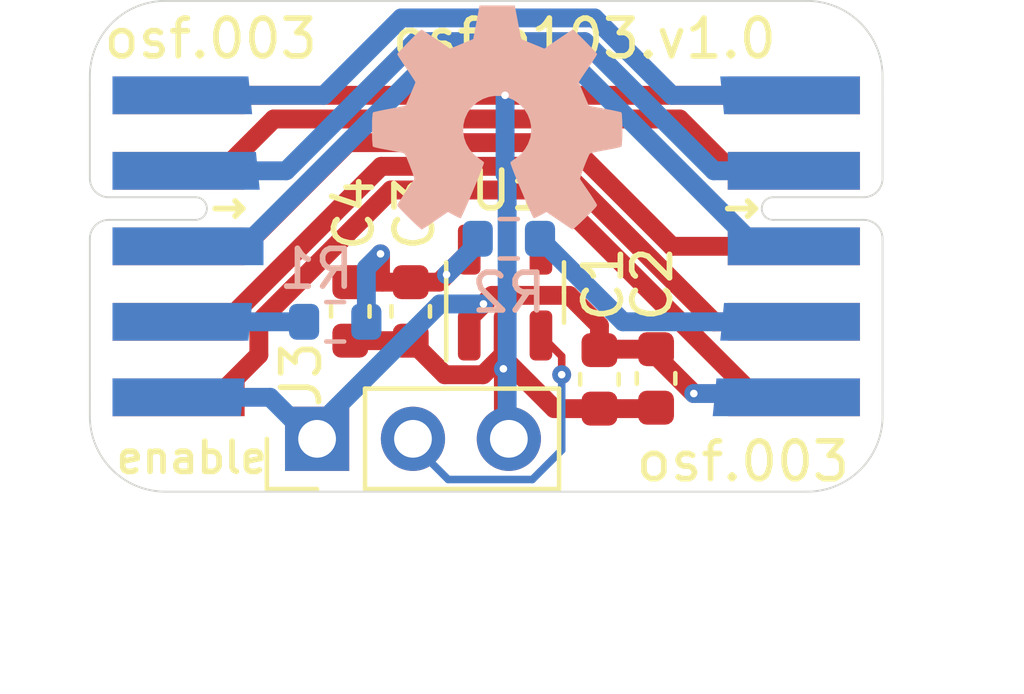
<source format=kicad_pcb>
(kicad_pcb (version 20221018) (generator pcbnew)
  (layers (0 "F.Cu" signal) (31 "B.Cu" signal) (34 "B.Paste" user) (35 "F.Paste" user) (36 "B.SilkS" user "B.Silkscreen") (37 "F.SilkS" user "F.Silkscreen") (38 "B.Mask" user) (39 "F.Mask" user) (44 "Edge.Cuts" user))
  (net 0 "")
  (net 1 "/ldo/5v")
  (net 2 "/ldo/GND")
  (net 3 "/ldo/3.3v")
  (net 4 "Net-(J1-NC-Pad2)")
  (net 5 "Net-(J1-NC-Pad3)")
  (net 6 "Net-(J1-NC-Pad4)")
  (net 7 "Net-(J1-NC-Pad5)")
  (net 8 "Net-(J1-NC-Pad6)")
  (net 9 "Net-(J1-NC-Pad7)")
  (net 10 "Net-(J1-NC-Pad8)")
  (net 11 "Net-(J1-3.3V)")
  (net 12 "Net-(J2-3.3V)")
  (net 13 "/ldo/enable")
  (footprint "Capacitor_SMD:C_0603_1608Metric" (layer "F.Cu") (at 155 100 -90)
    (fp_text reference "C2" (at -2.5 0.1 90) (layer "F.SilkS"))
    (fp_text value "1uF")
    (fp_line (start -0.14058 -0.51) (end 0.14058 -0.51) (stroke (width 0.12)) (layer "F.SilkS"))
    (fp_line (start -0.14058 0.51) (end 0.14058 0.51) (stroke (width 0.12)) (layer "F.SilkS"))
    (pad "1" smd roundrect (at -0.775 0 270) (size 0.9 0.95) (layers "F.Cu" "F.Paste" "F.Mask") (net 1 "/ldo/5v"))
    (pad "2" smd roundrect (at 0.775 0 270) (size 0.9 0.95) (layers "F.Cu" "F.Paste" "F.Mask") (net 2 "/ldo/GND"))
  )
  (footprint "on_edge:on_edge_2x05_host" (layer "F.Cu") (at 161 96.5 -90)
    (fp_text reference "J2")
    (fp_text value "003_power")
    (fp_line (start -1 3.373) (end -1.2 3.573) (stroke (width 0.153)) (layer "F.SilkS"))
    (fp_line (start -1 4.1) (end -1 3.373) (stroke (width 0.153)) (layer "F.SilkS"))
    (fp_line (start -0.8 3.573) (end -1 3.373) (stroke (width 0.153)) (layer "F.SilkS"))
    (fp_line (start -4 0) (end -1.8 0) (stroke (width 0.05)) (layer "Edge.Cuts"))
    (fp_line (start -1.3 0.5) (end -1.3 2.9) (stroke (width 0.05)) (layer "Edge.Cuts"))
    (fp_line (start -0.7 2.9) (end -0.7 0.5) (stroke (width 0.05)) (layer "Edge.Cuts"))
    (fp_line (start -0.2 0) (end 4 0) (stroke (width 0.05)) (layer "Edge.Cuts"))
    (fp_arc (start -1.8 0) (mid -1.446447 0.146447) (end -1.3 0.5) (stroke (width 0.05)) (layer "Edge.Cuts"))
    (fp_arc (start -0.7 0.5) (mid -0.553553 0.146447) (end -0.2 0) (stroke (width 0.05)) (layer "Edge.Cuts"))
    (fp_arc (start -0.7 2.9) (mid -1 3.2) (end -1.3 2.9) (stroke (width 0.05)) (layer "Edge.Cuts"))
    (pad "1" smd rect (at -4 2.35 270) (size 1 3.5) (layers "F.Cu" "F.Mask") (net 2 "/ldo/GND"))
    (pad "2" smd rect (at -2 2.35 270) (size 1 3.5) (layers "F.Cu" "F.Mask") (net 4 "Net-(J1-NC-Pad2)"))
    (pad "3" smd rect (at 0 2.35 270) (size 1 3.5) (layers "F.Cu" "F.Mask") (net 5 "Net-(J1-NC-Pad3)"))
    (pad "4" smd rect (at 2 2.35 270) (size 1 3.5) (layers "F.Cu" "F.Mask") (net 6 "Net-(J1-NC-Pad4)"))
    (pad "5" smd rect (at 4 2.35 270) (size 1 3.5) (layers "F.Cu" "F.Mask") (net 7 "Net-(J1-NC-Pad5)"))
    (pad "6" smd custom (at -4 2.4 90) (size 1 3.6) (layers "B.Cu" "B.Mask") (net 8 "Net-(J1-NC-Pad6)") (options (clearance outline) (anchor rect)) (primitives (gr_poly (pts (xy 0.5 -1.8) (xy -0.5 -1.8) (xy 0.5 -1.9)) (width 0) (fill yes))))
    (pad "7" smd rect (at -2 2.35 90) (size 1 3.5) (layers "B.Cu" "B.Mask") (net 9 "Net-(J1-NC-Pad7)"))
    (pad "8" smd rect (at 0 2.35 90) (size 1 3.5) (layers "B.Cu" "B.Mask") (net 10 "Net-(J1-NC-Pad8)"))
    (pad "9" smd custom (at 2 2.4 90) (size 1 3.6) (layers "B.Cu" "B.Mask") (net 12 "Net-(J2-3.3V)") (options (clearance outline) (anchor rect)) (primitives (gr_poly (pts (xy 0.5 -1.8) (xy -0.5 -1.8) (xy -0.5 -1.9)) (width 0) (fill yes))))
    (pad "10" smd custom (at 4 2.5 90) (size 1 3.8) (layers "B.Cu" "B.Mask") (net 1 "/ldo/5v") (options (clearance outline) (anchor rect)) (primitives (gr_poly (pts (xy 0.5 -1.9) (xy -0.5 -1.9) (xy -0.5 -2)) (width 0) (fill yes))))
  )
  (footprint "Capacitor_SMD:C_0603_1608Metric" (layer "F.Cu") (at 153.5 100.025 -90)
    (fp_text reference "C1" (at -2.525 -0.1 90) (layer "F.SilkS"))
    (fp_text value "100nF")
    (fp_line (start -0.14058 -0.51) (end 0.14058 -0.51) (stroke (width 0.12)) (layer "F.SilkS"))
    (fp_line (start -0.14058 0.51) (end 0.14058 0.51) (stroke (width 0.12)) (layer "F.SilkS"))
    (pad "1" smd roundrect (at -0.775 0 270) (size 0.9 0.95) (layers "F.Cu" "F.Paste" "F.Mask") (net 1 "/ldo/5v"))
    (pad "2" smd roundrect (at 0.775 0 270) (size 0.9 0.95) (layers "F.Cu" "F.Paste" "F.Mask") (net 2 "/ldo/GND"))
  )
  (footprint "Connector_PinHeader_2.54mm:PinHeader_1x03_P2.54mm_Vertical" (layer "F.Cu") (at 146.02 101.6 90)
    (fp_text reference "J3" (at 1.7 -0.42 90) (layer "F.SilkS"))
    (fp_text value "Conn_01x03_Male")
    (fp_line (start -1.33 -1.33) (end 0 -1.33) (stroke (width 0.12)) (layer "F.SilkS"))
    (fp_line (start -1.33 0) (end -1.33 -1.33) (stroke (width 0.12)) (layer "F.SilkS"))
    (fp_line (start -1.33 1.27) (end -1.33 6.41) (stroke (width 0.12)) (layer "F.SilkS"))
    (fp_line (start -1.33 1.27) (end 1.33 1.27) (stroke (width 0.12)) (layer "F.SilkS"))
    (fp_line (start -1.33 6.41) (end 1.33 6.41) (stroke (width 0.12)) (layer "F.SilkS"))
    (fp_line (start 1.33 1.27) (end 1.33 6.41) (stroke (width 0.12)) (layer "F.SilkS"))
    (pad "1" thru_hole rect (at 0 0 90) (size 1.7 1.7) (drill 1) (layers "*.Cu" "*.Mask") (net 1 "/ldo/5v"))
    (pad "2" thru_hole oval (at 0 2.54 90) (size 1.7 1.7) (drill 1) (layers "*.Cu" "*.Mask") (net 13 "/ldo/enable"))
    (pad "3" thru_hole oval (at 0 5.08 90) (size 1.7 1.7) (drill 1) (layers "*.Cu" "*.Mask") (net 2 "/ldo/GND"))
  )
  (footprint "Package_TO_SOT_SMD:SOT-23-5" (layer "F.Cu") (at 151 97.725 90)
    (fp_text reference "U1" (at 2.7 0.1 180) (layer "F.SilkS"))
    (fp_text value "TLV743P")
    (fp_line (start 0 -1.56) (end -1.8 -1.56) (stroke (width 0.12)) (layer "F.SilkS"))
    (fp_line (start 0 -1.56) (end 0.8 -1.56) (stroke (width 0.12)) (layer "F.SilkS"))
    (fp_line (start 0 1.56) (end -0.8 1.56) (stroke (width 0.12)) (layer "F.SilkS"))
    (fp_line (start 0 1.56) (end 0.8 1.56) (stroke (width 0.12)) (layer "F.SilkS"))
    (pad "1" smd roundrect (at -1.1375 -0.95 90) (size 1.325 0.6) (layers "F.Cu" "F.Paste" "F.Mask") (net 1 "/ldo/5v"))
    (pad "2" smd roundrect (at -1.1375 0 90) (size 1.325 0.6) (layers "F.Cu" "F.Paste" "F.Mask") (net 2 "/ldo/GND"))
    (pad "3" smd roundrect (at -1.1375 0.95 90) (size 1.325 0.6) (layers "F.Cu" "F.Paste" "F.Mask") (net 13 "/ldo/enable"))
    (pad "4" smd roundrect (at 1.1375 0.95 90) (size 1.325 0.6) (layers "F.Cu" "F.Paste" "F.Mask"))
    (pad "5" smd roundrect (at 1.1375 -0.95 90) (size 1.325 0.6) (layers "F.Cu" "F.Paste" "F.Mask") (net 3 "/ldo/3.3v"))
  )
  (footprint "Capacitor_SMD:C_0603_1608Metric" (layer "F.Cu") (at 148.5 98.225 -90)
    (fp_text reference "C3" (at -2.6 -0.1 90) (layer "F.SilkS"))
    (fp_text value "10uF")
    (fp_line (start -0.14058 -0.51) (end 0.14058 -0.51) (stroke (width 0.12)) (layer "F.SilkS"))
    (fp_line (start -0.14058 0.51) (end 0.14058 0.51) (stroke (width 0.12)) (layer "F.SilkS"))
    (pad "1" smd roundrect (at -0.775 0 270) (size 0.9 0.95) (layers "F.Cu" "F.Paste" "F.Mask") (net 3 "/ldo/3.3v"))
    (pad "2" smd roundrect (at 0.775 0 270) (size 0.9 0.95) (layers "F.Cu" "F.Paste" "F.Mask") (net 2 "/ldo/GND"))
  )
  (footprint "on_edge:on_edge_2x05_device" (layer "F.Cu") (at 140 96.5 -90)
    (fp_text reference "J1")
    (fp_text value "003_power")
    (fp_line (start -1.2 -3.85) (end -1 -4.05) (stroke (width 0.153)) (layer "F.SilkS"))
    (fp_line (start -1 -4.05) (end -1 -3.323) (stroke (width 0.153)) (layer "F.SilkS"))
    (fp_line (start -1 -4.05) (end -0.8 -3.85) (stroke (width 0.153)) (layer "F.SilkS"))
    (fp_line (start -4 0) (end -1.8 0) (stroke (width 0.05)) (layer "Edge.Cuts"))
    (fp_line (start -1.3 -2.8) (end -1.3 -0.5) (stroke (width 0.05)) (layer "Edge.Cuts"))
    (fp_line (start -0.7 -0.5) (end -0.7 -2.8) (stroke (width 0.05)) (layer "Edge.Cuts"))
    (fp_line (start -0.2 0) (end 4 0) (stroke (width 0.05)) (layer "Edge.Cuts"))
    (fp_arc (start -1.3 -2.8) (mid -1 -3.1) (end -0.7 -2.8) (stroke (width 0.05)) (layer "Edge.Cuts"))
    (fp_arc (start -1.3 -0.5) (mid -1.446447 -0.146447) (end -1.8 0) (stroke (width 0.05)) (layer "Edge.Cuts"))
    (fp_arc (start -0.2 0) (mid -0.553553 -0.146447) (end -0.7 -0.5) (stroke (width 0.05)) (layer "Edge.Cuts"))
    (pad "1" smd rect (at -4 -2.35 90) (size 1 3.5) (layers "F.Cu" "F.Mask") (net 2 "/ldo/GND"))
    (pad "2" smd rect (at -2 -2.35 270) (size 1 3.5) (layers "F.Cu" "F.Mask") (net 4 "Net-(J1-NC-Pad2)"))
    (pad "3" smd rect (at 0 -2.35 270) (size 1 3.5) (layers "F.Cu" "F.Mask") (net 5 "Net-(J1-NC-Pad3)"))
    (pad "4" smd rect (at 2 -2.35 90) (size 1 3.5) (layers "F.Cu" "F.Mask") (net 6 "Net-(J1-NC-Pad4)"))
    (pad "5" smd rect (at 4 -2.35 90) (size 1 3.5) (layers "F.Cu" "F.Mask") (net 7 "Net-(J1-NC-Pad5)"))
    (pad "6" smd custom (at -4 -2.4 270) (size 1 3.6) (layers "B.Cu" "B.Mask") (net 8 "Net-(J1-NC-Pad6)") (options (clearance outline) (anchor rect)) (primitives (gr_poly (pts (xy 0.5 -1.8) (xy 0.5 -1.9) (xy -0.5 -1.8)) (width 0) (fill yes))))
    (pad "7" smd custom (at -2 -2.1 270) (size 1 3) (layers "B.Cu" "B.Mask") (net 9 "Net-(J1-NC-Pad7)") (options (clearance outline) (anchor rect)) (primitives (gr_poly (pts (xy 0.3 -0.51) (xy 0.31 -0.62) (xy 0.33 -0.7) (xy 0.35 -0.76) (xy 0.37 -0.81) (xy 0.4 -0.86) (xy 0.44 -0.92) (xy 0.48 -0.97) (xy 0.5 -0.99) (xy 0.5 -2.4) (xy -0.5 -2.3) (xy -0.5 1.5) (xy 0.3 1.5)) (width 0) (fill yes))))
    (pad "8" smd rect (at 0 -2.6 270) (size 1 4) (layers "B.Cu" "B.Mask") (net 10 "Net-(J1-NC-Pad8)"))
    (pad "9" smd custom (at 2 -2.4 270) (size 1 3.6) (layers "B.Cu" "B.Mask") (net 11 "Net-(J1-3.3V)") (options (clearance outline) (anchor rect)) (primitives (gr_poly (pts (xy -0.5 -1.8) (xy -0.5 -1.9) (xy 0.5 -1.8)) (width 0) (fill yes))))
    (pad "10" smd custom (at 4 -2.3 270) (size 1 3.4) (layers "B.Cu" "B.Mask") (net 1 "/ldo/5v") (options (clearance outline) (anchor rect)) (primitives (gr_poly (pts (xy -0.5 -1.7) (xy -0.5 -1.8) (xy 0.5 -1.7)) (width 0) (fill yes))))
  )
  (footprint "Capacitor_SMD:C_0603_1608Metric" (layer "F.Cu") (at 146.9 98.225 -90)
    (fp_text reference "C4" (at -2.6 -0.1 90) (layer "F.SilkS"))
    (fp_text value "1uF")
    (fp_line (start -0.14058 -0.51) (end 0.14058 -0.51) (stroke (width 0.12)) (layer "F.SilkS"))
    (fp_line (start -0.14058 0.51) (end 0.14058 0.51) (stroke (width 0.12)) (layer "F.SilkS"))
    (pad "1" smd roundrect (at -0.775 0 270) (size 0.9 0.95) (layers "F.Cu" "F.Paste" "F.Mask") (net 3 "/ldo/3.3v"))
    (pad "2" smd roundrect (at 0.775 0 270) (size 0.9 0.95) (layers "F.Cu" "F.Paste" "F.Mask") (net 2 "/ldo/GND"))
  )
  (footprint "Resistor_SMD:R_0603_1608Metric" (layer "B.Cu") (at 146.5 98.5)
    (fp_text reference "R1" (at -0.5 -1.4) (layer "B.SilkS") (effects (justify mirror)))
    (fp_text value "0R")
    (fp_line (start -0.237258 -0.5225) (end 0.237258 -0.5225) (stroke (width 0.12)) (layer "B.SilkS"))
    (fp_line (start -0.237258 0.5225) (end 0.237258 0.5225) (stroke (width 0.12)) (layer "B.SilkS"))
    (pad "1" smd roundrect (at -0.825 0) (size 0.8 0.95) (layers "B.Cu" "B.Paste" "B.Mask") (net 11 "Net-(J1-3.3V)"))
    (pad "2" smd roundrect (at 0.825 0) (size 0.8 0.95) (layers "B.Cu" "B.Paste" "B.Mask") (net 3 "/ldo/3.3v"))
  )
  (footprint "Symbol:OSHW-Symbol_6.7x6mm_SilkScreen" (layer "B.Cu") (at 150.8 93.1 180)
    (fp_text reference "LOGO1" hide)
    (fp_text value "Logo_Open_Hardware_Small" hide)
    (fp_poly (pts (xy 0.555814 2.531069) (xy 0.639635 2.086445) (xy 0.94892 1.958947) (xy 1.258206 1.831449) (xy 1.629246 2.083754) (xy 1.733157 2.154004) (xy 1.827087 2.216728) (xy 1.906652 2.269062) (xy 1.96747 2.308143) (xy 2.005157 2.331107) (xy 2.015421 2.336058) (xy 2.03391 2.323324) (xy 2.07342 2.288118) (xy 2.129522 2.234938) (xy 2.197787 2.168282) (xy 2.273786 2.092646) (xy 2.353092 2.012528) (xy 2.431275 1.932426) (xy 2.503907 1.856836) (xy 2.566559 1.790255) (xy 2.614803 1.737182) (xy 2.64421 1.702113) (xy 2.651241 1.690377) (xy 2.641123 1.66874) (xy 2.612759 1.621338) (xy 2.569129 1.552807) (xy 2.513218 1.467785) (xy 2.448006 1.370907) (xy 2.410219 1.31565) (xy 2.341343 1.214752) (xy 2.28014 1.123701) (xy 2.229578 1.04703) (xy 2.192628 0.989272) (xy 2.172258 0.954957) (xy 2.169197 0.947746) (xy 2.176136 0.927252) (xy 2.195051 0.879487) (xy 2.223087 0.811168) (xy 2.257391 0.729011) (xy 2.295109 0.63973) (xy 2.333387 0.550042) (xy 2.36937 0.466662) (xy 2.400206 0.396306) (xy 2.423039 0.34569) (xy 2.435017 0.321529) (xy 2.435724 0.320578) (xy 2.454531 0.315964) (xy 2.504618 0.305672) (xy 2.580793 0.290713) (xy 2.677865 0.272099) (xy 2.790643 0.250841) (xy 2.856442 0.238582) (xy 2.97695 0.215638) (xy 3.085797 0.193805) (xy 3.177476 0.174278) (xy 3.246481 0.158252) (xy 3.287304 0.146921) (xy 3.295511 0.143326) (xy 3.303548 0.118994) (xy 3.310033 0.064041) (xy 3.31497 -0.015108) (xy 3.318364 -0.112026) (xy 3.320218 -0.220287) (xy 3.320538 -0.333465) (xy 3.319327 -0.445135) (xy 3.31659 -0.548868) (xy 3.312331 -0.638241) (xy 3.306555 -0.706826) (xy 3.299267 -0.748197) (xy 3.294895 -0.75681) (xy 3.268764 -0.767133) (xy 3.213393 -0.781892) (xy 3.136107 -0.799352) (xy 3.04423 -0.81778) (xy 3.012158 -0.823741) (xy 2.857524 -0.852066) (xy 2.735375 -0.874876) (xy 2.641673 -0.89308) (xy 2.572384 -0.907583) (xy 2.523471 -0.919292) (xy 2.490897 -0.929115) (xy 2.470628 -0.937956) (xy 2.458626 -0.946724) (xy 2.456947 -0.948457) (xy 2.440184 -0.976371) (xy 2.414614 -1.030695) (xy 2.382788 -1.104777) (xy 2.34726 -1.191965) (xy 2.310583 -1.285608) (xy 2.275311 -1.379052) (xy 2.243996 -1.465647) (xy 2.219193 -1.53874) (xy 2.203454 -1.591678) (xy 2.199332 -1.617811) (xy 2.199676 -1.618726) (xy 2.213641 -1.640086) (xy 2.245322 -1.687084) (xy 2.291391 -1.754827) (xy 2.348518 -1.838423) (xy 2.413373 -1.932982) (xy 2.431843 -1.959854) (xy 2.497699 -2.057275) (xy 2.55565 -2.146163) (xy 2.602538 -2.221412) (xy 2.635207 -2.27792) (xy 2.6505 -2.310581) (xy 2.651241 -2.314593) (xy 2.638392 -2.335684) (xy 2.602888 -2.377464) (xy 2.549293 -2.435445) (xy 2.482171 -2.505135) (xy 2.406087 -2.582045) (xy 2.325604 -2.661683) (xy 2.245287 -2.739561) (xy 2.169699 -2.811186) (xy 2.103405 -2.87207) (xy 2.050969 -2.917721) (xy 2.016955 -2.94365) (xy 2.007545 -2.947883) (xy 1.985643 -2.937912) (xy 1.9408 -2.91102) (xy 1.880321 -2.871736) (xy 1.833789 -2.840117) (xy 1.749475 -2.782098) (xy 1.649626 -2.713784) (xy 1.549473 -2.645579) (xy 1.495627 -2.609075) (xy 1.313371 -2.4858) (xy 1.160381 -2.56852) (xy 1.090682 -2.604759) (xy 1.031414 -2.632926) (xy 0.991311 -2.648991) (xy 0.981103 -2.651226) (xy 0.968829 -2.634722) (xy 0.944613 -2.588082) (xy 0.910263 -2.515609) (xy 0.867588 -2.421606) (xy 0.818394 -2.310374) (xy 0.76449 -2.186215) (xy 0.707684 -2.053432) (xy 0.649782 -1.916327) (xy 0.592593 -1.779202) (xy 0.537924 -1.646358) (xy 0.487584 -1.522098) (xy 0.44338 -1.410725) (xy 0.407119 -1.316539) (xy 0.380609 -1.243844) (xy 0.365658 -1.196941) (xy 0.363254 -1.180833) (xy 0.382311 -1.160286) (xy 0.424036 -1.126933) (xy 0.479706 -1.087702) (xy 0.484378 -1.084599) (xy 0.628264 -0.969423) (xy 0.744283 -0.835053) (xy 0.83143 -0.685784) (xy 0.888699 -0.525913) (xy 0.915086 -0.359737) (xy 0.909585 -0.191552) (xy 0.87119 -0.025655) (xy 0.798895 0.133658) (xy 0.777626 0.168513) (xy 0.666996 0.309263) (xy 0.536302 0.422286) (xy 0.390064 0.506997) (xy 0.232808 0.562806) (xy 0.069057 0.589126) (xy -0.096667 0.58537) (xy -0.259838 0.55095) (xy -0.415935 0.485277) (xy -0.560433 0.387765) (xy -0.605131 0.348187) (xy -0.718888 0.224297) (xy -0.801782 0.093876) (xy -0.858644 -0.052315) (xy -0.890313 -0.197088) (xy -0.898131 -0.35986) (xy -0.872062 -0.52344) (xy -0.814755 -0.682298) (xy -0.728856 -0.830906) (xy -0.617014 -0.963735) (xy -0.481877 -1.075256) (xy -0.464117 -1.087011) (xy -0.40785 -1.125508) (xy -0.365077 -1.158863) (xy -0.344628 -1.18016) (xy -0.344331 -1.180833) (xy -0.348721 -1.203871) (xy -0.366124 -1.256157) (xy -0.394732 -1.33339) (xy -0.432735 -1.431268) (xy -0.478326 -1.545491) (xy -0.529697 -1.671758) (xy -0.585038 -1.805767) (xy -0.642542 -1.943218) (xy -0.700399 -2.079808) (xy -0.756802 -2.211237) (xy -0.809942 -2.333205) (xy -0.85801 -2.441409) (xy -0.899199 -2.531549) (xy -0.931699 -2.599323) (xy -0.953703 -2.64043) (xy -0.962564 -2.651226) (xy -0.98964 -2.642819) (xy -1.040303 -2.620272) (xy -1.105817 -2.587613) (xy -1.141841 -2.56852) (xy -1.294832 -2.4858) (xy -1.477088 -2.609075) (xy -1.570125 -2.672228) (xy -1.671985 -2.741727) (xy -1.767438 -2.807165) (xy -1.81525 -2.840117) (xy -1.882495 -2.885273) (xy -1.939436 -2.921057) (xy -1.978646 -2.942938) (xy -1.991381 -2.947563) (xy -2.009917 -2.935085) (xy -2.050941 -2.900252) (xy -2.110475 -2.846678) (xy -2.184542 -2.777983) (xy -2.269165 -2.697781) (xy -2.322685 -2.646286) (xy -2.416319 -2.554286) (xy -2.497241 -2.471999) (xy -2.562177 -2.402945) (xy -2.607858 -2.350644) (xy -2.631011 -2.318616) (xy -2.633232 -2.312116) (xy -2.622924 -2.287394) (xy -2.594439 -2.237405) (xy -2.550937 -2.167212) (xy -2.495577 -2.081875) (xy -2.43152 -1.986456) (xy -2.413303 -1.959854) (xy -2.346927 -1.863167) (xy -2.287378 -1.776117) (xy -2.237984 -1.703595) (xy -2.202075 -1.650493) (xy -2.182981 -1.621703) (xy -2.181136 -1.618726) (xy -2.183895 -1.595782) (xy -2.198538 -1.545336) (xy -2.222513 -1.474041) (xy -2.253266 -1.388547) (xy -2.288244 -1.295507) (xy -2.324893 -1.201574) (xy -2.360661 -1.113399) (xy -2.392994 -1.037634) (xy -2.419338 -0.980931) (xy -2.437142 -0.949943) (xy -2.438407 -0.948457) (xy -2.449294 -0.939601) (xy -2.467682 -0.930843) (xy -2.497606 -0.921277) (xy -2.543103 -0.909996) (xy -2.608209 -0.896093) (xy -2.696961 -0.878663) (xy -2.813393 -0.856798) (xy -2.961542 -0.829591) (xy -2.993618 -0.823741) (xy -3.088686 -0.805374) (xy -3.171565 -0.787405) (xy -3.23493 -0.771569) (xy -3.271458 -0.7596) (xy -3.276356 -0.75681) (xy -3.284427 -0.732072) (xy -3.290987 -0.67679) (xy -3.296033 -0.597389) (xy -3.299559 -0.500296) (xy -3.301561 -0.391938) (xy -3.302036 -0.27874) (xy -3.300977 -0.167128) (xy -3.298382 -0.063529) (xy -3.294246 0.025632) (xy -3.288563 0.093928) (xy -3.281331 0.134934) (xy -3.276971 0.143326) (xy -3.252698 0.151792) (xy -3.197426 0.165565) (xy -3.116662 0.18345) (xy -3.015912 0.204252) (xy -2.900683 0.226777) (xy -2.837902 0.238582) (xy -2.718787 0.260849) (xy -2.612565 0.281021) (xy -2.524427 0.298085) (xy -2.459566 0.311031) (xy -2.423174 0.318845) (xy -2.417184 0.320578) (xy -2.407061 0.34011) (xy -2.385662 0.387157) (xy -2.355839 0.454997) (xy -2.320445 0.536909) (xy -2.282332 0.626172) (xy -2.244353 0.716065) (xy -2.20936 0.799865) (xy -2.180206 0.870853) (xy -2.159743 0.922306) (xy -2.150823 0.947503) (xy -2.150657 0.948604) (xy -2.160769 0.968481) (xy -2.189117 1.014223) (xy -2.232723 1.081283) (xy -2.288606 1.165116) (xy -2.353787 1.261174) (xy -2.391679 1.31635) (xy -2.460725 1.417519) (xy -2.52205 1.50937) (xy -2.572663 1.587256) (xy -2.609571 1.646531) (xy -2.629782 1.682549) (xy -2.632701 1.690623) (xy -2.620153 1.709416) (xy -2.585463 1.749543) (xy -2.533063 1.806507) (xy -2.467384 1.875815) (xy -2.392856 1.952969) (xy -2.313913 2.033475) (xy -2.234983 2.112837) (xy -2.1605 2.18656) (xy -2.094894 2.250148) (xy -2.042596 2.299106) (xy -2.008039 2.328939) (xy -1.996478 2.336058) (xy -1.977654 2.326047) (xy -1.932631 2.297922) (xy -1.865787 2.254546) (xy -1.781499 2.198782) (xy -1.684144 2.133494) (xy -1.610707 2.083754) (xy -1.239667 1.831449) (xy -0.621095 2.086445) (xy -0.537275 2.531069) (xy -0.453454 2.975693) (xy 0.471994 2.975693) (xy 0.555814 2.531069)) (stroke (width 0.01)) (fill solid) (layer "B.SilkS"))
  )
  (footprint "Resistor_SMD:R_0603_1608Metric" (layer "B.Cu") (at 151.1 96.3)
    (fp_text reference "R2" (at 0 1.43) (layer "B.SilkS") (effects (justify mirror)))
    (fp_text value "0R")
    (fp_line (start -0.237258 -0.5225) (end 0.237258 -0.5225) (stroke (width 0.12)) (layer "B.SilkS"))
    (fp_line (start -0.237258 0.5225) (end 0.237258 0.5225) (stroke (width 0.12)) (layer "B.SilkS"))
    (pad "1" smd roundrect (at -0.825 0) (size 0.8 0.95) (layers "B.Cu" "B.Paste" "B.Mask") (net 3 "/ldo/3.3v"))
    (pad "2" smd roundrect (at 0.825 0) (size 0.8 0.95) (layers "B.Cu" "B.Paste" "B.Mask") (net 12 "Net-(J2-3.3V)"))
  )
  (gr_line (start 140 92.5) (end 140 92) (stroke (width 0.05)) (layer "Edge.Cuts"))
  (gr_line (start 142 90) (end 159 90) (stroke (width 0.05)) (layer "Edge.Cuts"))
  (gr_arc (start 161 101) (mid 160.414214 102.414214) (end 159 103) (stroke (width 0.05)) (layer "Edge.Cuts"))
  (gr_line (start 161 92.5) (end 161 92) (stroke (width 0.05)) (layer "Edge.Cuts"))
  (gr_line (start 159 103) (end 142 103) (stroke (width 0.05)) (layer "Edge.Cuts"))
  (gr_line (start 161 100.5) (end 161 101) (stroke (width 0.05)) (layer "Edge.Cuts"))
  (gr_arc (start 159 90) (mid 160.414214 90.585786) (end 161 92) (stroke (width 0.05)) (layer "Edge.Cuts"))
  (gr_arc (start 142 103) (mid 140.585786 102.414214) (end 140 101) (stroke (width 0.05)) (layer "Edge.Cuts"))
  (gr_line (start 140 100.5) (end 140 101) (stroke (width 0.05)) (layer "Edge.Cuts"))
  (gr_arc (start 140 92) (mid 140.585786 90.585786) (end 142 90) (stroke (width 0.05)) (layer "Edge.Cuts"))
  (gr_text "enable" (at 142.7 102.1) (layer "F.SilkS") (effects (font (size 0.8 0.8))))
  (gr_text "osf.003" (at 143.2 91) (layer "F.SilkS") (effects (font (size 1 1))))
  (gr_text "osf.b103.v1.0" (at 153.1 91) (layer "F.SilkS") (effects (font (size 1 1))))
  (gr_text "osf.003" (at 157.3 102.2) (layer "F.SilkS") (effects (font (size 1 1))))
  (segment (start 150.427355 98.027355) (end 150.654709 97.8) (width 0.5) (layer "F.Cu") (net 1))
  (segment (start 150.05 98.404709) (end 150.427355 98.027355) (width 0.5) (layer "F.Cu") (net 1))
  (segment (start 153.5 98.6) (end 153.5 99.25) (width 0.5) (layer "F.Cu") (net 1))
  (segment (start 152.7 97.8) (end 153.5 98.6) (width 0.5) (layer "F.Cu") (net 1))
  (segment (start 155 99.225) (end 153.525 99.225) (width 0.5) (layer "F.Cu") (net 1))
  (segment (start 155 99.225) (end 155 99.4) (width 0.5) (layer "F.Cu") (net 1))
  (segment (start 150.05 98.8625) (end 150.05 98.404709) (width 0.5) (layer "F.Cu") (net 1))
  (segment (start 153.525 99.225) (end 153.5 99.25) (width 0.5) (layer "F.Cu") (net 1))
  (segment (start 155 99.4) (end 156 100.4) (width 0.5) (layer "F.Cu") (net 1))
  (segment (start 150.654709 97.8) (end 152.7 97.8) (width 0.5) (layer "F.Cu") (net 1))
  (via (at 156 100.4) (size 0.5) (drill 0.2) (layers "F.Cu" "B.Cu") (net 1))
  (via (at 150.427355 98.027355) (size 0.5) (drill 0.2) (layers "F.Cu" "B.Cu") (net 1))
  (segment (start 158.4 100.4) (end 158.5 100.5) (width 0.5) (layer "B.Cu") (net 1))
  (segment (start 144.775 100.5) (end 145.875 101.6) (width 0.5) (layer "B.Cu") (net 1))
  (segment (start 145.875 101.6) (end 145.875 101.425) (width 0.5) (layer "B.Cu") (net 1))
  (segment (start 149.272645 98.027355) (end 150.427355 98.027355) (width 0.5) (layer "B.Cu") (net 1))
  (segment (start 145.875 101.425) (end 149.272645 98.027355) (width 0.5) (layer "B.Cu") (net 1))
  (segment (start 142.3 100.5) (end 144.775 100.5) (width 0.5) (layer "B.Cu") (net 1))
  (segment (start 156 100.4) (end 158.4 100.4) (width 0.5) (layer "B.Cu") (net 1))
  (segment (start 151 99.5) (end 151 98.8625) (width 0.5) (layer "F.Cu") (net 2))
  (segment (start 153.5 100.8) (end 154.975 100.8) (width 0.5) (layer "F.Cu") (net 2))
  (segment (start 150.955 98.9075) (end 151 98.8625) (width 0.5) (layer "F.Cu") (net 2))
  (segment (start 151 92.5) (end 142.35 92.5) (width 0.5) (layer "F.Cu") (net 2))
  (segment (start 148.5 99) (end 149.402 99.902) (width 0.5) (layer "F.Cu") (net 2))
  (segment (start 150.418291 99.902) (end 151 99.320291) (width 0.5) (layer "F.Cu") (net 2))
  (segment (start 150.955 101.6) (end 150.955 99.745) (width 0.5) (layer "F.Cu") (net 2))
  (segment (start 153.5 100.8) (end 152.3 100.8) (width 0.5) (layer "F.Cu") (net 2))
  (segment (start 148.5 99) (end 146.9 99) (width 0.5) (layer "F.Cu") (net 2))
  (segment (start 149.402 99.902) (end 150.418291 99.902) (width 0.5) (layer "F.Cu") (net 2))
  (segment (start 151 92.5) (end 158.65 92.5) (width 0.5) (layer "F.Cu") (net 2))
  (segment (start 152.3 100.8) (end 151 99.5) (width 0.5) (layer "F.Cu") (net 2))
  (segment (start 150.955 99.745) (end 150.955 98.9075) (width 0.5) (layer "F.Cu") (net 2))
  (segment (start 154.975 100.8) (end 155 100.775) (width 0.5) (layer "F.Cu") (net 2))
  (segment (start 151 99.320291) (end 151 98.8625) (width 0.5) (layer "F.Cu") (net 2))
  (via (at 150.955 99.745) (size 0.5) (drill 0.2) (layers "F.Cu" "B.Cu") (net 2))
  (via (at 151 92.5) (size 0.5) (drill 0.2) (layers "F.Cu" "B.Cu") (net 2))
  (segment (start 151 94.6) (end 151.054355 94.654355) (width 0.5) (layer "B.Cu") (net 2))
  (segment (start 151.155 101.6) (end 150.955 101.6) (width 0.5) (layer "B.Cu") (net 2))
  (segment (start 151 92.5) (end 151 94.6) (width 0.5) (layer "B.Cu") (net 2))
  (segment (start 151.054355 94.654355) (end 151.054355 101.499355) (width 0.5) (layer "B.Cu") (net 2))
  (segment (start 150.05 96.5875) (end 150.05 96.65) (width 0.5) (layer "F.Cu") (net 3))
  (segment (start 147.75 97.45) (end 146.9 97.45) (width 0.5) (layer "F.Cu") (net 3))
  (segment (start 149.45 97.25) (end 149.25 97.45) (width 0.5) (layer "F.Cu") (net 3))
  (segment (start 149.25 97.45) (end 148.5 97.45) (width 0.5) (layer "F.Cu") (net 3))
  (segment (start 148.5 97.45) (end 147.75 97.45) (width 0.5) (layer "F.Cu") (net 3))
  (segment (start 147.7 97.4) (end 147.75 97.45) (width 0.5) (layer "F.Cu") (net 3))
  (segment (start 147.7 96.7) (end 147.7 97.4) (width 0.5) (layer "F.Cu") (net 3))
  (segment (start 150.05 96.65) (end 149.45 97.25) (width 0.5) (layer "F.Cu") (net 3))
  (via (at 147.7 96.7) (size 0.5) (drill 0.2) (layers "F.Cu" "B.Cu") (net 3))
  (via (at 149.45 97.25) (size 0.5) (drill 0.2) (layers "F.Cu" "B.Cu") (net 3))
  (segment (start 150.275 96.425) (end 149.45 97.25) (width 0.5) (layer "B.Cu") (net 3))
  (segment (start 147.325 97.075) (end 147.7 96.7) (width 0.5) (layer "B.Cu") (net 3))
  (segment (start 150.275 96.3) (end 150.275 96.425) (width 0.5) (layer "B.Cu") (net 3))
  (segment (start 147.325 98.5) (end 147.325 97.075) (width 0.5) (layer "B.Cu") (net 3))
  (segment (start 155.627 93.127) (end 157 94.5) (width 0.5) (layer "F.Cu") (net 4))
  (segment (start 142.35 94.5) (end 143.5 94.5) (width 0.5) (layer "F.Cu") (net 4))
  (segment (start 143.5 94.5) (end 144.873 93.127) (width 0.5) (layer "F.Cu") (net 4))
  (segment (start 144.873 93.127) (end 155.627 93.127) (width 0.5) (layer "F.Cu") (net 4))
  (segment (start 144.1 96.5) (end 146.846 93.754) (width 0.5) (layer "F.Cu") (net 5))
  (segment (start 146.846 93.754) (end 152.673424 93.754) (width 0.5) (layer "F.Cu") (net 5))
  (segment (start 152.673424 93.754) (end 155.419424 96.5) (width 0.5) (layer "F.Cu") (net 5))
  (segment (start 142.35 96.5) (end 144.1 96.5) (width 0.5) (layer "F.Cu") (net 5))
  (segment (start 155.419424 96.5) (end 158.65 96.5) (width 0.5) (layer "F.Cu") (net 5))
  (segment (start 142.35 98.5) (end 143.6 98.5) (width 0.5) (layer "F.Cu") (net 6))
  (segment (start 156.532712 98.5) (end 158.65 98.5) (width 0.5) (layer "F.Cu") (net 6))
  (segment (start 143.6 98.5) (end 147.719 94.381) (width 0.5) (layer "F.Cu") (net 6))
  (segment (start 152.413712 94.381) (end 156.532712 98.5) (width 0.5) (layer "F.Cu") (net 6))
  (segment (start 147.719 94.381) (end 152.413712 94.381) (width 0.5) (layer "F.Cu") (net 6))
  (segment (start 144.477 98.509712) (end 147.978712 95.008) (width 0.5) (layer "F.Cu") (net 7))
  (segment (start 147.978712 95.008) (end 152.154 95.008) (width 0.5) (layer "F.Cu") (net 7))
  (segment (start 144.477 99.377) (end 144.477 98.509712) (width 0.5) (layer "F.Cu") (net 7))
  (segment (start 143.354 100.5) (end 144.477 99.377) (width 0.5) (layer "F.Cu") (net 7))
  (segment (start 152.154 95.008) (end 157.646 100.5) (width 0.5) (layer "F.Cu") (net 7))
  (segment (start 157.646 100.5) (end 158.65 100.5) (width 0.5) (layer "F.Cu") (net 7))
  (segment (start 142.35 100.5) (end 143.354 100.5) (width 0.5) (layer "F.Cu") (net 7))
  (segment (start 142.4 92.5) (end 146.2 92.5) (width 0.5) (layer "B.Cu") (net 8))
  (segment (start 153.369424 90.45) (end 155.419424 92.5) (width 0.5) (layer "B.Cu") (net 8))
  (segment (start 146.2 92.5) (end 148.25 90.45) (width 0.5) (layer "B.Cu") (net 8))
  (segment (start 155.419424 92.5) (end 158.6 92.5) (width 0.5) (layer "B.Cu") (net 8))
  (segment (start 148.25 90.45) (end 153.369424 90.45) (width 0.5) (layer "B.Cu") (net 8))
  (segment (start 148.623 91.077) (end 153.109712 91.077) (width 0.5) (layer "B.Cu") (net 9))
  (segment (start 156.532712 94.5) (end 158.65 94.5) (width 0.5) (layer "B.Cu") (net 9))
  (segment (start 142.1 94.5) (end 145.2 94.5) (width 0.5) (layer "B.Cu") (net 9))
  (segment (start 145.2 94.5) (end 148.623 91.077) (width 0.5) (layer "B.Cu") (net 9))
  (segment (start 153.109712 91.077) (end 156.532712 94.5) (width 0.5) (layer "B.Cu") (net 9))
  (segment (start 152.85 91.704) (end 157.646 96.5) (width 0.5) (layer "B.Cu") (net 10))
  (segment (start 144.086712 96.5) (end 148.882712 91.704) (width 0.5) (layer "B.Cu") (net 10))
  (segment (start 142.6 96.5) (end 144.086712 96.5) (width 0.5) (layer "B.Cu") (net 10))
  (segment (start 157.646 96.5) (end 158.65 96.5) (width 0.5) (layer "B.Cu") (net 10))
  (segment (start 148.882712 91.704) (end 152.85 91.704) (width 0.5) (layer "B.Cu") (net 10))
  (segment (start 145.675 98.5) (end 142.4 98.5) (width 0.5) (layer "B.Cu") (net 11))
  (segment (start 154.125 98.5) (end 151.925 96.3) (width 0.5) (layer "B.Cu") (net 12))
  (segment (start 158.6 98.5) (end 154.125 98.5) (width 0.5) (layer "B.Cu") (net 12))
  (segment (start 152.5 99.4125) (end 151.95 98.8625) (width 0.2) (layer "F.Cu") (net 13))
  (segment (start 152.5 99.9) (end 152.5 99.4125) (width 0.2) (layer "F.Cu") (net 13))
  (via (at 152.5 99.9) (size 0.5) (drill 0.2) (layers "F.Cu" "B.Cu") (net 13))
  (segment (start 149.492 102.677) (end 151.723 102.677) (width 0.2) (layer "B.Cu") (net 13))
  (segment (start 148.415 101.6) (end 149.492 102.677) (width 0.2) (layer "B.Cu") (net 13))
  (segment (start 152.5 101.9) (end 152.5 99.9) (width 0.2) (layer "B.Cu") (net 13))
  (segment (start 151.723 102.677) (end 152.5 101.9) (width 0.2) (layer "B.Cu") (net 13))
)
</source>
